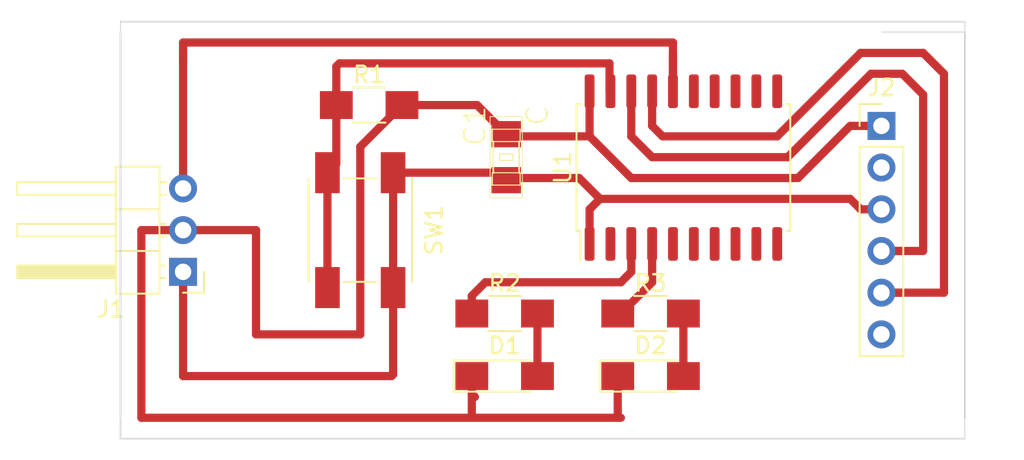
<source format=kicad_pcb>
(kicad_pcb (version 20171130) (host pcbnew "(5.1.9-0-10_14)")

  (general
    (thickness 1.6)
    (drawings 11)
    (tracks 80)
    (zones 0)
    (modules 10)
    (nets 25)
  )

  (page A4)
  (layers
    (0 F.Cu signal)
    (31 B.Cu signal)
    (32 B.Adhes user)
    (33 F.Adhes user)
    (34 B.Paste user)
    (35 F.Paste user)
    (36 B.SilkS user)
    (37 F.SilkS user)
    (38 B.Mask user)
    (39 F.Mask user)
    (40 Dwgs.User user)
    (41 Cmts.User user)
    (42 Eco1.User user)
    (43 Eco2.User user)
    (44 Edge.Cuts user)
    (45 Margin user)
    (46 B.CrtYd user)
    (47 F.CrtYd user)
    (48 B.Fab user)
    (49 F.Fab user)
  )

  (setup
    (last_trace_width 0.25)
    (user_trace_width 0.5)
    (trace_clearance 0.2)
    (zone_clearance 0.508)
    (zone_45_only no)
    (trace_min 0.4)
    (via_size 0.8)
    (via_drill 0.4)
    (via_min_size 0.4)
    (via_min_drill 0.3)
    (uvia_size 0.3)
    (uvia_drill 0.1)
    (uvias_allowed no)
    (uvia_min_size 0.2)
    (uvia_min_drill 0.1)
    (edge_width 0.05)
    (segment_width 0.2)
    (pcb_text_width 0.3)
    (pcb_text_size 1.5 1.5)
    (mod_edge_width 0.12)
    (mod_text_size 1 1)
    (mod_text_width 0.15)
    (pad_size 1.524 1.524)
    (pad_drill 0.762)
    (pad_to_mask_clearance 0)
    (aux_axis_origin 0 0)
    (visible_elements 7FFFFFFF)
    (pcbplotparams
      (layerselection 0x01100_7fffffff)
      (usegerberextensions false)
      (usegerberattributes true)
      (usegerberadvancedattributes true)
      (creategerberjobfile true)
      (excludeedgelayer true)
      (linewidth 0.100000)
      (plotframeref false)
      (viasonmask false)
      (mode 1)
      (useauxorigin false)
      (hpglpennumber 1)
      (hpglpenspeed 20)
      (hpglpendiameter 15.000000)
      (psnegative false)
      (psa4output false)
      (plotreference true)
      (plotvalue true)
      (plotinvisibletext false)
      (padsonsilk false)
      (subtractmaskfromsilk false)
      (outputformat 1)
      (mirror false)
      (drillshape 0)
      (scaleselection 1)
      (outputdirectory "C:/Users/goodm/OneDrive/Documents/KiCAD/Blinkbutton1616/"))
  )

  (net 0 "")
  (net 1 GND)
  (net 2 VCC)
  (net 3 "Net-(D1-Pad2)")
  (net 4 "Net-(D2-Pad2)")
  (net 5 "Net-(J1-Pad3)")
  (net 6 "Net-(J2-Pad6)")
  (net 7 RX)
  (net 8 TX)
  (net 9 "Net-(J2-Pad2)")
  (net 10 "Net-(R1-Pad1)")
  (net 11 LED1)
  (net 12 LED2)
  (net 13 "Net-(U1-Pad15)")
  (net 14 "Net-(U1-Pad14)")
  (net 15 "Net-(U1-Pad13)")
  (net 16 "Net-(U1-Pad12)")
  (net 17 "Net-(U1-Pad11)")
  (net 18 "Net-(U1-Pad10)")
  (net 19 "Net-(U1-Pad9)")
  (net 20 "Net-(U1-Pad8)")
  (net 21 "Net-(U1-Pad7)")
  (net 22 "Net-(U1-Pad6)")
  (net 23 "Net-(U1-Pad5)")
  (net 24 "Net-(U1-Pad2)")

  (net_class Default "This is the default net class."
    (clearance 0.2)
    (trace_width 0.25)
    (via_dia 0.8)
    (via_drill 0.4)
    (uvia_dia 0.3)
    (uvia_drill 0.1)
    (add_net GND)
    (add_net LED1)
    (add_net LED2)
    (add_net "Net-(D1-Pad2)")
    (add_net "Net-(D2-Pad2)")
    (add_net "Net-(J1-Pad3)")
    (add_net "Net-(J2-Pad2)")
    (add_net "Net-(J2-Pad6)")
    (add_net "Net-(R1-Pad1)")
    (add_net "Net-(U1-Pad10)")
    (add_net "Net-(U1-Pad11)")
    (add_net "Net-(U1-Pad12)")
    (add_net "Net-(U1-Pad13)")
    (add_net "Net-(U1-Pad14)")
    (add_net "Net-(U1-Pad15)")
    (add_net "Net-(U1-Pad2)")
    (add_net "Net-(U1-Pad5)")
    (add_net "Net-(U1-Pad6)")
    (add_net "Net-(U1-Pad7)")
    (add_net "Net-(U1-Pad8)")
    (add_net "Net-(U1-Pad9)")
    (add_net RX)
    (add_net TX)
    (add_net VCC)
  )

  (module Package_SO:SOIC-20W_7.5x12.8mm_P1.27mm (layer F.Cu) (tedit 5D9F72B1) (tstamp 60013425)
    (at 146.05 118.11 90)
    (descr "SOIC, 20 Pin (JEDEC MS-013AC, https://www.analog.com/media/en/package-pcb-resources/package/233848rw_20.pdf), generated with kicad-footprint-generator ipc_gullwing_generator.py")
    (tags "SOIC SO")
    (path /600136EB)
    (attr smd)
    (fp_text reference U1 (at 0 -7.35 90) (layer F.SilkS)
      (effects (font (size 1 1) (thickness 0.15)))
    )
    (fp_text value ATtiny1616-S (at 0 7.35 90) (layer F.Fab)
      (effects (font (size 1 1) (thickness 0.15)))
    )
    (fp_line (start 5.93 -6.65) (end -5.93 -6.65) (layer F.CrtYd) (width 0.05))
    (fp_line (start 5.93 6.65) (end 5.93 -6.65) (layer F.CrtYd) (width 0.05))
    (fp_line (start -5.93 6.65) (end 5.93 6.65) (layer F.CrtYd) (width 0.05))
    (fp_line (start -5.93 -6.65) (end -5.93 6.65) (layer F.CrtYd) (width 0.05))
    (fp_line (start -3.75 -5.4) (end -2.75 -6.4) (layer F.Fab) (width 0.1))
    (fp_line (start -3.75 6.4) (end -3.75 -5.4) (layer F.Fab) (width 0.1))
    (fp_line (start 3.75 6.4) (end -3.75 6.4) (layer F.Fab) (width 0.1))
    (fp_line (start 3.75 -6.4) (end 3.75 6.4) (layer F.Fab) (width 0.1))
    (fp_line (start -2.75 -6.4) (end 3.75 -6.4) (layer F.Fab) (width 0.1))
    (fp_line (start -3.86 -6.275) (end -5.675 -6.275) (layer F.SilkS) (width 0.12))
    (fp_line (start -3.86 -6.51) (end -3.86 -6.275) (layer F.SilkS) (width 0.12))
    (fp_line (start 0 -6.51) (end -3.86 -6.51) (layer F.SilkS) (width 0.12))
    (fp_line (start 3.86 -6.51) (end 3.86 -6.275) (layer F.SilkS) (width 0.12))
    (fp_line (start 0 -6.51) (end 3.86 -6.51) (layer F.SilkS) (width 0.12))
    (fp_line (start -3.86 6.51) (end -3.86 6.275) (layer F.SilkS) (width 0.12))
    (fp_line (start 0 6.51) (end -3.86 6.51) (layer F.SilkS) (width 0.12))
    (fp_line (start 3.86 6.51) (end 3.86 6.275) (layer F.SilkS) (width 0.12))
    (fp_line (start 0 6.51) (end 3.86 6.51) (layer F.SilkS) (width 0.12))
    (fp_text user %R (at 0 0 90) (layer F.Fab)
      (effects (font (size 1 1) (thickness 0.15)))
    )
    (pad 20 smd roundrect (at 4.65 -5.715 90) (size 2.05 0.6) (layers F.Cu F.Paste F.Mask) (roundrect_rratio 0.25)
      (net 1 GND))
    (pad 19 smd roundrect (at 4.65 -4.445 90) (size 2.05 0.6) (layers F.Cu F.Paste F.Mask) (roundrect_rratio 0.25)
      (net 10 "Net-(R1-Pad1)"))
    (pad 18 smd roundrect (at 4.65 -3.175 90) (size 2.05 0.6) (layers F.Cu F.Paste F.Mask) (roundrect_rratio 0.25)
      (net 8 TX))
    (pad 17 smd roundrect (at 4.65 -1.905 90) (size 2.05 0.6) (layers F.Cu F.Paste F.Mask) (roundrect_rratio 0.25)
      (net 7 RX))
    (pad 16 smd roundrect (at 4.65 -0.635 90) (size 2.05 0.6) (layers F.Cu F.Paste F.Mask) (roundrect_rratio 0.25)
      (net 5 "Net-(J1-Pad3)"))
    (pad 15 smd roundrect (at 4.65 0.635 90) (size 2.05 0.6) (layers F.Cu F.Paste F.Mask) (roundrect_rratio 0.25)
      (net 13 "Net-(U1-Pad15)"))
    (pad 14 smd roundrect (at 4.65 1.905 90) (size 2.05 0.6) (layers F.Cu F.Paste F.Mask) (roundrect_rratio 0.25)
      (net 14 "Net-(U1-Pad14)"))
    (pad 13 smd roundrect (at 4.65 3.175 90) (size 2.05 0.6) (layers F.Cu F.Paste F.Mask) (roundrect_rratio 0.25)
      (net 15 "Net-(U1-Pad13)"))
    (pad 12 smd roundrect (at 4.65 4.445 90) (size 2.05 0.6) (layers F.Cu F.Paste F.Mask) (roundrect_rratio 0.25)
      (net 16 "Net-(U1-Pad12)"))
    (pad 11 smd roundrect (at 4.65 5.715 90) (size 2.05 0.6) (layers F.Cu F.Paste F.Mask) (roundrect_rratio 0.25)
      (net 17 "Net-(U1-Pad11)"))
    (pad 10 smd roundrect (at -4.65 5.715 90) (size 2.05 0.6) (layers F.Cu F.Paste F.Mask) (roundrect_rratio 0.25)
      (net 18 "Net-(U1-Pad10)"))
    (pad 9 smd roundrect (at -4.65 4.445 90) (size 2.05 0.6) (layers F.Cu F.Paste F.Mask) (roundrect_rratio 0.25)
      (net 19 "Net-(U1-Pad9)"))
    (pad 8 smd roundrect (at -4.65 3.175 90) (size 2.05 0.6) (layers F.Cu F.Paste F.Mask) (roundrect_rratio 0.25)
      (net 20 "Net-(U1-Pad8)"))
    (pad 7 smd roundrect (at -4.65 1.905 90) (size 2.05 0.6) (layers F.Cu F.Paste F.Mask) (roundrect_rratio 0.25)
      (net 21 "Net-(U1-Pad7)"))
    (pad 6 smd roundrect (at -4.65 0.635 90) (size 2.05 0.6) (layers F.Cu F.Paste F.Mask) (roundrect_rratio 0.25)
      (net 22 "Net-(U1-Pad6)"))
    (pad 5 smd roundrect (at -4.65 -0.635 90) (size 2.05 0.6) (layers F.Cu F.Paste F.Mask) (roundrect_rratio 0.25)
      (net 23 "Net-(U1-Pad5)"))
    (pad 4 smd roundrect (at -4.65 -1.905 90) (size 2.05 0.6) (layers F.Cu F.Paste F.Mask) (roundrect_rratio 0.25)
      (net 12 LED2))
    (pad 3 smd roundrect (at -4.65 -3.175 90) (size 2.05 0.6) (layers F.Cu F.Paste F.Mask) (roundrect_rratio 0.25)
      (net 11 LED1))
    (pad 2 smd roundrect (at -4.65 -4.445 90) (size 2.05 0.6) (layers F.Cu F.Paste F.Mask) (roundrect_rratio 0.25)
      (net 24 "Net-(U1-Pad2)"))
    (pad 1 smd roundrect (at -4.65 -5.715 90) (size 2.05 0.6) (layers F.Cu F.Paste F.Mask) (roundrect_rratio 0.25)
      (net 2 VCC))
    (model ${KISYS3DMOD}/Package_SO.3dshapes/SOIC-20W_7.5x12.8mm_P1.27mm.wrl
      (at (xyz 0 0 0))
      (scale (xyz 1 1 1))
      (rotate (xyz 0 0 0))
    )
  )

  (module Connector_PinHeader_2.54mm:PinHeader_1x06_P2.54mm_Vertical (layer F.Cu) (tedit 59FED5CC) (tstamp 60015083)
    (at 158.115 115.57)
    (descr "Through hole straight pin header, 1x06, 2.54mm pitch, single row")
    (tags "Through hole pin header THT 1x06 2.54mm single row")
    (path /600252B5)
    (fp_text reference J2 (at 0 -2.33) (layer F.SilkS)
      (effects (font (size 1 1) (thickness 0.15)))
    )
    (fp_text value Conn_FTDI_01x06_Male (at 0 15.03) (layer F.Fab)
      (effects (font (size 1 1) (thickness 0.15)))
    )
    (fp_line (start -0.635 -1.27) (end 1.27 -1.27) (layer F.Fab) (width 0.1))
    (fp_line (start 1.27 -1.27) (end 1.27 13.97) (layer F.Fab) (width 0.1))
    (fp_line (start 1.27 13.97) (end -1.27 13.97) (layer F.Fab) (width 0.1))
    (fp_line (start -1.27 13.97) (end -1.27 -0.635) (layer F.Fab) (width 0.1))
    (fp_line (start -1.27 -0.635) (end -0.635 -1.27) (layer F.Fab) (width 0.1))
    (fp_line (start -1.33 14.03) (end 1.33 14.03) (layer F.SilkS) (width 0.12))
    (fp_line (start -1.33 1.27) (end -1.33 14.03) (layer F.SilkS) (width 0.12))
    (fp_line (start 1.33 1.27) (end 1.33 14.03) (layer F.SilkS) (width 0.12))
    (fp_line (start -1.33 1.27) (end 1.33 1.27) (layer F.SilkS) (width 0.12))
    (fp_line (start -1.33 0) (end -1.33 -1.33) (layer F.SilkS) (width 0.12))
    (fp_line (start -1.33 -1.33) (end 0 -1.33) (layer F.SilkS) (width 0.12))
    (fp_line (start -1.8 -1.8) (end -1.8 14.5) (layer F.CrtYd) (width 0.05))
    (fp_line (start -1.8 14.5) (end 1.8 14.5) (layer F.CrtYd) (width 0.05))
    (fp_line (start 1.8 14.5) (end 1.8 -1.8) (layer F.CrtYd) (width 0.05))
    (fp_line (start 1.8 -1.8) (end -1.8 -1.8) (layer F.CrtYd) (width 0.05))
    (fp_text user %R (at 0 6.35 90) (layer F.Fab)
      (effects (font (size 1 1) (thickness 0.15)))
    )
    (pad 6 thru_hole oval (at 0 12.7) (size 1.7 1.7) (drill 1) (layers *.Cu *.Mask)
      (net 6 "Net-(J2-Pad6)"))
    (pad 5 thru_hole oval (at 0 10.16) (size 1.7 1.7) (drill 1) (layers *.Cu *.Mask)
      (net 7 RX))
    (pad 4 thru_hole oval (at 0 7.62) (size 1.7 1.7) (drill 1) (layers *.Cu *.Mask)
      (net 8 TX))
    (pad 3 thru_hole oval (at 0 5.08) (size 1.7 1.7) (drill 1) (layers *.Cu *.Mask)
      (net 2 VCC))
    (pad 2 thru_hole oval (at 0 2.54) (size 1.7 1.7) (drill 1) (layers *.Cu *.Mask)
      (net 9 "Net-(J2-Pad2)"))
    (pad 1 thru_hole rect (at 0 0) (size 1.7 1.7) (drill 1) (layers *.Cu *.Mask)
      (net 1 GND))
    (model ${KISYS3DMOD}/Connector_PinHeader_2.54mm.3dshapes/PinHeader_1x06_P2.54mm_Vertical.wrl
      (at (xyz 0 0 0))
      (scale (xyz 1 1 1))
      (rotate (xyz 0 0 0))
    )
  )

  (module Connector_PinHeader_2.54mm:PinHeader_1x03_P2.54mm_Horizontal (layer F.Cu) (tedit 59FED5CB) (tstamp 60002154)
    (at 115.57 124.46 180)
    (descr "Through hole angled pin header, 1x03, 2.54mm pitch, 6mm pin length, single row")
    (tags "Through hole angled pin header THT 1x03 2.54mm single row")
    (path /6002AE56)
    (fp_text reference J1 (at 4.385 -2.27) (layer F.SilkS)
      (effects (font (size 1 1) (thickness 0.15)))
    )
    (fp_text value Conn_01x03_Male (at 4.385 7.35) (layer F.Fab)
      (effects (font (size 1 1) (thickness 0.15)))
    )
    (fp_line (start 2.135 -1.27) (end 4.04 -1.27) (layer F.Fab) (width 0.1))
    (fp_line (start 4.04 -1.27) (end 4.04 6.35) (layer F.Fab) (width 0.1))
    (fp_line (start 4.04 6.35) (end 1.5 6.35) (layer F.Fab) (width 0.1))
    (fp_line (start 1.5 6.35) (end 1.5 -0.635) (layer F.Fab) (width 0.1))
    (fp_line (start 1.5 -0.635) (end 2.135 -1.27) (layer F.Fab) (width 0.1))
    (fp_line (start -0.32 -0.32) (end 1.5 -0.32) (layer F.Fab) (width 0.1))
    (fp_line (start -0.32 -0.32) (end -0.32 0.32) (layer F.Fab) (width 0.1))
    (fp_line (start -0.32 0.32) (end 1.5 0.32) (layer F.Fab) (width 0.1))
    (fp_line (start 4.04 -0.32) (end 10.04 -0.32) (layer F.Fab) (width 0.1))
    (fp_line (start 10.04 -0.32) (end 10.04 0.32) (layer F.Fab) (width 0.1))
    (fp_line (start 4.04 0.32) (end 10.04 0.32) (layer F.Fab) (width 0.1))
    (fp_line (start -0.32 2.22) (end 1.5 2.22) (layer F.Fab) (width 0.1))
    (fp_line (start -0.32 2.22) (end -0.32 2.86) (layer F.Fab) (width 0.1))
    (fp_line (start -0.32 2.86) (end 1.5 2.86) (layer F.Fab) (width 0.1))
    (fp_line (start 4.04 2.22) (end 10.04 2.22) (layer F.Fab) (width 0.1))
    (fp_line (start 10.04 2.22) (end 10.04 2.86) (layer F.Fab) (width 0.1))
    (fp_line (start 4.04 2.86) (end 10.04 2.86) (layer F.Fab) (width 0.1))
    (fp_line (start -0.32 4.76) (end 1.5 4.76) (layer F.Fab) (width 0.1))
    (fp_line (start -0.32 4.76) (end -0.32 5.4) (layer F.Fab) (width 0.1))
    (fp_line (start -0.32 5.4) (end 1.5 5.4) (layer F.Fab) (width 0.1))
    (fp_line (start 4.04 4.76) (end 10.04 4.76) (layer F.Fab) (width 0.1))
    (fp_line (start 10.04 4.76) (end 10.04 5.4) (layer F.Fab) (width 0.1))
    (fp_line (start 4.04 5.4) (end 10.04 5.4) (layer F.Fab) (width 0.1))
    (fp_line (start 1.44 -1.33) (end 1.44 6.41) (layer F.SilkS) (width 0.12))
    (fp_line (start 1.44 6.41) (end 4.1 6.41) (layer F.SilkS) (width 0.12))
    (fp_line (start 4.1 6.41) (end 4.1 -1.33) (layer F.SilkS) (width 0.12))
    (fp_line (start 4.1 -1.33) (end 1.44 -1.33) (layer F.SilkS) (width 0.12))
    (fp_line (start 4.1 -0.38) (end 10.1 -0.38) (layer F.SilkS) (width 0.12))
    (fp_line (start 10.1 -0.38) (end 10.1 0.38) (layer F.SilkS) (width 0.12))
    (fp_line (start 10.1 0.38) (end 4.1 0.38) (layer F.SilkS) (width 0.12))
    (fp_line (start 4.1 -0.32) (end 10.1 -0.32) (layer F.SilkS) (width 0.12))
    (fp_line (start 4.1 -0.2) (end 10.1 -0.2) (layer F.SilkS) (width 0.12))
    (fp_line (start 4.1 -0.08) (end 10.1 -0.08) (layer F.SilkS) (width 0.12))
    (fp_line (start 4.1 0.04) (end 10.1 0.04) (layer F.SilkS) (width 0.12))
    (fp_line (start 4.1 0.16) (end 10.1 0.16) (layer F.SilkS) (width 0.12))
    (fp_line (start 4.1 0.28) (end 10.1 0.28) (layer F.SilkS) (width 0.12))
    (fp_line (start 1.11 -0.38) (end 1.44 -0.38) (layer F.SilkS) (width 0.12))
    (fp_line (start 1.11 0.38) (end 1.44 0.38) (layer F.SilkS) (width 0.12))
    (fp_line (start 1.44 1.27) (end 4.1 1.27) (layer F.SilkS) (width 0.12))
    (fp_line (start 4.1 2.16) (end 10.1 2.16) (layer F.SilkS) (width 0.12))
    (fp_line (start 10.1 2.16) (end 10.1 2.92) (layer F.SilkS) (width 0.12))
    (fp_line (start 10.1 2.92) (end 4.1 2.92) (layer F.SilkS) (width 0.12))
    (fp_line (start 1.042929 2.16) (end 1.44 2.16) (layer F.SilkS) (width 0.12))
    (fp_line (start 1.042929 2.92) (end 1.44 2.92) (layer F.SilkS) (width 0.12))
    (fp_line (start 1.44 3.81) (end 4.1 3.81) (layer F.SilkS) (width 0.12))
    (fp_line (start 4.1 4.7) (end 10.1 4.7) (layer F.SilkS) (width 0.12))
    (fp_line (start 10.1 4.7) (end 10.1 5.46) (layer F.SilkS) (width 0.12))
    (fp_line (start 10.1 5.46) (end 4.1 5.46) (layer F.SilkS) (width 0.12))
    (fp_line (start 1.042929 4.7) (end 1.44 4.7) (layer F.SilkS) (width 0.12))
    (fp_line (start 1.042929 5.46) (end 1.44 5.46) (layer F.SilkS) (width 0.12))
    (fp_line (start -1.27 0) (end -1.27 -1.27) (layer F.SilkS) (width 0.12))
    (fp_line (start -1.27 -1.27) (end 0 -1.27) (layer F.SilkS) (width 0.12))
    (fp_line (start -1.8 -1.8) (end -1.8 6.85) (layer F.CrtYd) (width 0.05))
    (fp_line (start -1.8 6.85) (end 10.55 6.85) (layer F.CrtYd) (width 0.05))
    (fp_line (start 10.55 6.85) (end 10.55 -1.8) (layer F.CrtYd) (width 0.05))
    (fp_line (start 10.55 -1.8) (end -1.8 -1.8) (layer F.CrtYd) (width 0.05))
    (fp_text user %R (at 2.77 2.54 90) (layer F.Fab)
      (effects (font (size 1 1) (thickness 0.15)))
    )
    (pad 3 thru_hole oval (at 0 5.08 180) (size 1.7 1.7) (drill 1) (layers *.Cu *.Mask)
      (net 5 "Net-(J1-Pad3)"))
    (pad 2 thru_hole oval (at 0 2.54 180) (size 1.7 1.7) (drill 1) (layers *.Cu *.Mask)
      (net 1 GND))
    (pad 1 thru_hole rect (at 0 0 180) (size 1.7 1.7) (drill 1) (layers *.Cu *.Mask)
      (net 2 VCC))
    (model ${KISYS3DMOD}/Connector_PinHeader_2.54mm.3dshapes/PinHeader_1x03_P2.54mm_Horizontal.wrl
      (at (xyz 0 0 0))
      (scale (xyz 1 1 1))
      (rotate (xyz 0 0 0))
    )
  )

  (module fab:Button_Omron_B3SN_6x6mm (layer F.Cu) (tedit 5EC65B05) (tstamp 60004662)
    (at 126.365 121.92 270)
    (descr "Surface Mount Tactile Switch for High-Density Packaging")
    (tags "Tactile Switch")
    (path /60026D90)
    (attr smd)
    (fp_text reference SW1 (at 0 -4.5 90) (layer F.SilkS)
      (effects (font (size 1 1) (thickness 0.15)))
    )
    (fp_text value BUTTON_B3SN (at 0 4.5 90) (layer F.Fab)
      (effects (font (size 1 1) (thickness 0.15)))
    )
    (fp_line (start -3 3) (end -3 -3) (layer F.Fab) (width 0.1))
    (fp_line (start 3 3) (end -3 3) (layer F.Fab) (width 0.1))
    (fp_line (start 3 -3) (end 3 3) (layer F.Fab) (width 0.1))
    (fp_line (start -3 -3) (end 3 -3) (layer F.Fab) (width 0.1))
    (fp_circle (center 0 0) (end 1.65 0) (layer F.Fab) (width 0.1))
    (fp_line (start 3.15 -1) (end 3.15 1) (layer F.SilkS) (width 0.12))
    (fp_line (start 3.15 3.15) (end -3.15 3.15) (layer F.SilkS) (width 0.12))
    (fp_line (start -3.15 1) (end -3.15 -1) (layer F.SilkS) (width 0.12))
    (fp_line (start -3.15 -3.15) (end 3.15 -3.15) (layer F.SilkS) (width 0.12))
    (fp_line (start -5 -3.7) (end -5 3.7) (layer F.CrtYd) (width 0.05))
    (fp_line (start 5 -3.7) (end -5 -3.7) (layer F.CrtYd) (width 0.05))
    (fp_line (start 5 3.7) (end 5 -3.7) (layer F.CrtYd) (width 0.05))
    (fp_line (start -5 3.7) (end 5 3.7) (layer F.CrtYd) (width 0.05))
    (fp_text user %R (at 0 -4.5 90) (layer F.Fab)
      (effects (font (size 1 1) (thickness 0.15)))
    )
    (pad 1 smd rect (at -3.5 -2 270) (size 2.5 1.5) (layers F.Cu F.Paste F.Mask)
      (net 2 VCC))
    (pad 1 smd rect (at 3.5 -2 270) (size 2.5 1.5) (layers F.Cu F.Paste F.Mask)
      (net 2 VCC))
    (pad 2 smd rect (at -3.5 2 270) (size 2.5 1.5) (layers F.Cu F.Paste F.Mask)
      (net 10 "Net-(R1-Pad1)"))
    (pad 2 smd rect (at 3.5 2 270) (size 2.5 1.5) (layers F.Cu F.Paste F.Mask)
      (net 10 "Net-(R1-Pad1)"))
    (model ${KISYS3DMOD}/Buttons_Switches_SMD.3dshapes/SW_SPST_B3S-1000.wrl
      (at (xyz 0 0 0))
      (scale (xyz 1 1 1))
      (rotate (xyz 0 0 0))
    )
  )

  (module fab:R_1206 (layer F.Cu) (tedit 58E0A804) (tstamp 600143F0)
    (at 144.05 127)
    (descr "Resistor SMD 1206, hand soldering")
    (tags "resistor 1206")
    (path /6002D96C)
    (attr smd)
    (fp_text reference R3 (at 0 -1.85) (layer F.SilkS)
      (effects (font (size 1 1) (thickness 0.15)))
    )
    (fp_text value 1K (at 0 1.9) (layer F.Fab)
      (effects (font (size 1 1) (thickness 0.15)))
    )
    (fp_line (start 3.25 1.1) (end -3.25 1.1) (layer F.CrtYd) (width 0.05))
    (fp_line (start 3.25 1.1) (end 3.25 -1.11) (layer F.CrtYd) (width 0.05))
    (fp_line (start -3.25 -1.11) (end -3.25 1.1) (layer F.CrtYd) (width 0.05))
    (fp_line (start -3.25 -1.11) (end 3.25 -1.11) (layer F.CrtYd) (width 0.05))
    (fp_line (start -1 -1.07) (end 1 -1.07) (layer F.SilkS) (width 0.12))
    (fp_line (start 1 1.07) (end -1 1.07) (layer F.SilkS) (width 0.12))
    (fp_line (start -1.6 -0.8) (end 1.6 -0.8) (layer F.Fab) (width 0.1))
    (fp_line (start 1.6 -0.8) (end 1.6 0.8) (layer F.Fab) (width 0.1))
    (fp_line (start 1.6 0.8) (end -1.6 0.8) (layer F.Fab) (width 0.1))
    (fp_line (start -1.6 0.8) (end -1.6 -0.8) (layer F.Fab) (width 0.1))
    (fp_text user %R (at 0 0) (layer F.Fab)
      (effects (font (size 0.7 0.7) (thickness 0.105)))
    )
    (pad 1 smd rect (at -2 0) (size 2 1.7) (layers F.Cu F.Paste F.Mask)
      (net 12 LED2))
    (pad 2 smd rect (at 2 0) (size 2 1.7) (layers F.Cu F.Paste F.Mask)
      (net 4 "Net-(D2-Pad2)"))
    (model ${KISYS3DMOD}/Resistors_SMD.3dshapes/R_1206.wrl
      (at (xyz 0 0 0))
      (scale (xyz 1 1 1))
      (rotate (xyz 0 0 0))
    )
  )

  (module fab:R_1206 (layer F.Cu) (tedit 58E0A804) (tstamp 60014420)
    (at 135.16 127)
    (descr "Resistor SMD 1206, hand soldering")
    (tags "resistor 1206")
    (path /6002CEA8)
    (attr smd)
    (fp_text reference R2 (at 0 -1.85) (layer F.SilkS)
      (effects (font (size 1 1) (thickness 0.15)))
    )
    (fp_text value 1K (at 0 1.9) (layer F.Fab)
      (effects (font (size 1 1) (thickness 0.15)))
    )
    (fp_line (start 3.25 1.1) (end -3.25 1.1) (layer F.CrtYd) (width 0.05))
    (fp_line (start 3.25 1.1) (end 3.25 -1.11) (layer F.CrtYd) (width 0.05))
    (fp_line (start -3.25 -1.11) (end -3.25 1.1) (layer F.CrtYd) (width 0.05))
    (fp_line (start -3.25 -1.11) (end 3.25 -1.11) (layer F.CrtYd) (width 0.05))
    (fp_line (start -1 -1.07) (end 1 -1.07) (layer F.SilkS) (width 0.12))
    (fp_line (start 1 1.07) (end -1 1.07) (layer F.SilkS) (width 0.12))
    (fp_line (start -1.6 -0.8) (end 1.6 -0.8) (layer F.Fab) (width 0.1))
    (fp_line (start 1.6 -0.8) (end 1.6 0.8) (layer F.Fab) (width 0.1))
    (fp_line (start 1.6 0.8) (end -1.6 0.8) (layer F.Fab) (width 0.1))
    (fp_line (start -1.6 0.8) (end -1.6 -0.8) (layer F.Fab) (width 0.1))
    (fp_text user %R (at 0 0) (layer F.Fab)
      (effects (font (size 0.7 0.7) (thickness 0.105)))
    )
    (pad 1 smd rect (at -2 0) (size 2 1.7) (layers F.Cu F.Paste F.Mask)
      (net 11 LED1))
    (pad 2 smd rect (at 2 0) (size 2 1.7) (layers F.Cu F.Paste F.Mask)
      (net 3 "Net-(D1-Pad2)"))
    (model ${KISYS3DMOD}/Resistors_SMD.3dshapes/R_1206.wrl
      (at (xyz 0 0 0))
      (scale (xyz 1 1 1))
      (rotate (xyz 0 0 0))
    )
  )

  (module fab:R_1206 (layer F.Cu) (tedit 58E0A804) (tstamp 60004C78)
    (at 126.905 114.3)
    (descr "Resistor SMD 1206, hand soldering")
    (tags "resistor 1206")
    (path /6003A20C)
    (attr smd)
    (fp_text reference R1 (at 0 -1.85) (layer F.SilkS)
      (effects (font (size 1 1) (thickness 0.15)))
    )
    (fp_text value 1K (at 0 1.9) (layer F.Fab)
      (effects (font (size 1 1) (thickness 0.15)))
    )
    (fp_line (start 3.25 1.1) (end -3.25 1.1) (layer F.CrtYd) (width 0.05))
    (fp_line (start 3.25 1.1) (end 3.25 -1.11) (layer F.CrtYd) (width 0.05))
    (fp_line (start -3.25 -1.11) (end -3.25 1.1) (layer F.CrtYd) (width 0.05))
    (fp_line (start -3.25 -1.11) (end 3.25 -1.11) (layer F.CrtYd) (width 0.05))
    (fp_line (start -1 -1.07) (end 1 -1.07) (layer F.SilkS) (width 0.12))
    (fp_line (start 1 1.07) (end -1 1.07) (layer F.SilkS) (width 0.12))
    (fp_line (start -1.6 -0.8) (end 1.6 -0.8) (layer F.Fab) (width 0.1))
    (fp_line (start 1.6 -0.8) (end 1.6 0.8) (layer F.Fab) (width 0.1))
    (fp_line (start 1.6 0.8) (end -1.6 0.8) (layer F.Fab) (width 0.1))
    (fp_line (start -1.6 0.8) (end -1.6 -0.8) (layer F.Fab) (width 0.1))
    (fp_text user %R (at 0 0) (layer F.Fab)
      (effects (font (size 0.7 0.7) (thickness 0.105)))
    )
    (pad 1 smd rect (at -2 0) (size 2 1.7) (layers F.Cu F.Paste F.Mask)
      (net 10 "Net-(R1-Pad1)"))
    (pad 2 smd rect (at 2 0) (size 2 1.7) (layers F.Cu F.Paste F.Mask)
      (net 1 GND))
    (model ${KISYS3DMOD}/Resistors_SMD.3dshapes/R_1206.wrl
      (at (xyz 0 0 0))
      (scale (xyz 1 1 1))
      (rotate (xyz 0 0 0))
    )
  )

  (module fab:LED_1206 (layer F.Cu) (tedit 595FC724) (tstamp 6001437C)
    (at 144.05 130.81)
    (descr "LED SMD 1206, hand soldering")
    (tags "LED 1206")
    (path /60029C72)
    (attr smd)
    (fp_text reference D2 (at 0 -1.85) (layer F.SilkS)
      (effects (font (size 1 1) (thickness 0.15)))
    )
    (fp_text value "LED GRN" (at 0 1.9) (layer F.Fab)
      (effects (font (size 1 1) (thickness 0.15)))
    )
    (fp_line (start 3.25 1.1) (end -3.25 1.1) (layer F.CrtYd) (width 0.05))
    (fp_line (start 3.25 1.1) (end 3.25 -1.11) (layer F.CrtYd) (width 0.05))
    (fp_line (start -3.25 -1.11) (end -3.25 1.1) (layer F.CrtYd) (width 0.05))
    (fp_line (start -3.25 -1.11) (end 3.25 -1.11) (layer F.CrtYd) (width 0.05))
    (fp_line (start -3.1 -0.95) (end 1.6 -0.95) (layer F.SilkS) (width 0.12))
    (fp_line (start -3.1 0.95) (end 1.6 0.95) (layer F.SilkS) (width 0.12))
    (fp_line (start -1.6 -0.8) (end 1.6 -0.8) (layer F.Fab) (width 0.1))
    (fp_line (start 1.6 -0.8) (end 1.6 0.8) (layer F.Fab) (width 0.1))
    (fp_line (start 1.6 0.8) (end -1.6 0.8) (layer F.Fab) (width 0.1))
    (fp_line (start -1.6 0.8) (end -1.6 -0.8) (layer F.Fab) (width 0.1))
    (fp_line (start -0.45 -0.4) (end -0.45 0.4) (layer F.Fab) (width 0.1))
    (fp_line (start 0.2 0.4) (end -0.4 0) (layer F.Fab) (width 0.1))
    (fp_line (start 0.2 -0.4) (end 0.2 0.4) (layer F.Fab) (width 0.1))
    (fp_line (start -0.4 0) (end 0.2 -0.4) (layer F.Fab) (width 0.1))
    (fp_line (start -3.1 -0.95) (end -3.1 0.95) (layer F.SilkS) (width 0.12))
    (pad 1 smd rect (at -2 0) (size 2 1.7) (layers F.Cu F.Paste F.Mask)
      (net 1 GND))
    (pad 2 smd rect (at 2 0) (size 2 1.7) (layers F.Cu F.Paste F.Mask)
      (net 4 "Net-(D2-Pad2)"))
    (model ${KISYS3DMOD}/LEDs.3dshapes/LED_1206.wrl
      (at (xyz 0 0 0))
      (scale (xyz 1 1 1))
      (rotate (xyz 0 0 180))
    )
  )

  (module fab:LED_1206 (layer F.Cu) (tedit 595FC724) (tstamp 600143B8)
    (at 135.16 130.81)
    (descr "LED SMD 1206, hand soldering")
    (tags "LED 1206")
    (path /600284C6)
    (attr smd)
    (fp_text reference D1 (at 0 -1.85) (layer F.SilkS)
      (effects (font (size 1 1) (thickness 0.15)))
    )
    (fp_text value "LED YLW" (at 0 1.9) (layer F.Fab)
      (effects (font (size 1 1) (thickness 0.15)))
    )
    (fp_line (start 3.25 1.1) (end -3.25 1.1) (layer F.CrtYd) (width 0.05))
    (fp_line (start 3.25 1.1) (end 3.25 -1.11) (layer F.CrtYd) (width 0.05))
    (fp_line (start -3.25 -1.11) (end -3.25 1.1) (layer F.CrtYd) (width 0.05))
    (fp_line (start -3.25 -1.11) (end 3.25 -1.11) (layer F.CrtYd) (width 0.05))
    (fp_line (start -3.1 -0.95) (end 1.6 -0.95) (layer F.SilkS) (width 0.12))
    (fp_line (start -3.1 0.95) (end 1.6 0.95) (layer F.SilkS) (width 0.12))
    (fp_line (start -1.6 -0.8) (end 1.6 -0.8) (layer F.Fab) (width 0.1))
    (fp_line (start 1.6 -0.8) (end 1.6 0.8) (layer F.Fab) (width 0.1))
    (fp_line (start 1.6 0.8) (end -1.6 0.8) (layer F.Fab) (width 0.1))
    (fp_line (start -1.6 0.8) (end -1.6 -0.8) (layer F.Fab) (width 0.1))
    (fp_line (start -0.45 -0.4) (end -0.45 0.4) (layer F.Fab) (width 0.1))
    (fp_line (start 0.2 0.4) (end -0.4 0) (layer F.Fab) (width 0.1))
    (fp_line (start 0.2 -0.4) (end 0.2 0.4) (layer F.Fab) (width 0.1))
    (fp_line (start -0.4 0) (end 0.2 -0.4) (layer F.Fab) (width 0.1))
    (fp_line (start -3.1 -0.95) (end -3.1 0.95) (layer F.SilkS) (width 0.12))
    (pad 1 smd rect (at -2 0) (size 2 1.7) (layers F.Cu F.Paste F.Mask)
      (net 1 GND))
    (pad 2 smd rect (at 2 0) (size 2 1.7) (layers F.Cu F.Paste F.Mask)
      (net 3 "Net-(D1-Pad2)"))
    (model ${KISYS3DMOD}/LEDs.3dshapes/LED_1206.wrl
      (at (xyz 0 0 0))
      (scale (xyz 1 1 1))
      (rotate (xyz 0 0 180))
    )
  )

  (module fab:fab-C1206 (layer F.Cu) (tedit 200000) (tstamp 600041D0)
    (at 135.255 117.475 90)
    (descr CAPACITOR)
    (tags CAPACITOR)
    (path /60024360)
    (attr smd)
    (fp_text reference C1 (at 1.905 -1.905 90) (layer F.SilkS)
      (effects (font (size 1.27 1.27) (thickness 0.1016)))
    )
    (fp_text value C (at 2.54 1.905 90) (layer F.SilkS)
      (effects (font (size 1.27 1.27) (thickness 0.1016)))
    )
    (fp_line (start -1.7018 0.8509) (end -0.94996 0.8509) (layer F.SilkS) (width 0.06604))
    (fp_line (start -0.94996 0.8509) (end -0.94996 -0.84836) (layer F.SilkS) (width 0.06604))
    (fp_line (start -1.7018 -0.84836) (end -0.94996 -0.84836) (layer F.SilkS) (width 0.06604))
    (fp_line (start -1.7018 0.8509) (end -1.7018 -0.84836) (layer F.SilkS) (width 0.06604))
    (fp_line (start 0.94996 0.84836) (end 1.7018 0.84836) (layer F.SilkS) (width 0.06604))
    (fp_line (start 1.7018 0.84836) (end 1.7018 -0.8509) (layer F.SilkS) (width 0.06604))
    (fp_line (start 0.94996 -0.8509) (end 1.7018 -0.8509) (layer F.SilkS) (width 0.06604))
    (fp_line (start 0.94996 0.84836) (end 0.94996 -0.8509) (layer F.SilkS) (width 0.06604))
    (fp_line (start -0.19812 0.39878) (end 0.19812 0.39878) (layer F.SilkS) (width 0.06604))
    (fp_line (start 0.19812 0.39878) (end 0.19812 -0.39878) (layer F.SilkS) (width 0.06604))
    (fp_line (start -0.19812 -0.39878) (end 0.19812 -0.39878) (layer F.SilkS) (width 0.06604))
    (fp_line (start -0.19812 0.39878) (end -0.19812 -0.39878) (layer F.SilkS) (width 0.06604))
    (fp_line (start -2.47142 -0.98298) (end 2.47142 -0.98298) (layer F.SilkS) (width 0.0508))
    (fp_line (start 2.47142 0.98298) (end -2.47142 0.98298) (layer F.SilkS) (width 0.0508))
    (fp_line (start -2.47142 0.98298) (end -2.47142 -0.98298) (layer F.SilkS) (width 0.0508))
    (fp_line (start 2.47142 -0.98298) (end 2.47142 0.98298) (layer F.SilkS) (width 0.0508))
    (fp_line (start -0.96266 -0.78486) (end 0.96266 -0.78486) (layer F.SilkS) (width 0.1016))
    (fp_line (start -0.96266 0.78486) (end 0.96266 0.78486) (layer F.SilkS) (width 0.1016))
    (pad 2 smd rect (at 1.39954 0 90) (size 1.59766 1.79832) (layers F.Cu F.Paste F.Mask)
      (net 1 GND))
    (pad 1 smd rect (at -1.39954 0 90) (size 1.59766 1.79832) (layers F.Cu F.Paste F.Mask)
      (net 2 VCC))
  )

  (gr_poly (pts (xy 164.465 135.89) (xy 110.49 135.89) (xy 110.49 107.95) (xy 164.465 107.95)) (layer Margin) (width 0.1))
  (gr_poly (pts (xy 163.195 134.62) (xy 111.76 134.62) (xy 111.76 109.22) (xy 163.195 109.22)) (layer Dwgs.User) (width 0.1))
  (gr_line (start 111.76 109.22) (end 111.76 109.855) (layer Edge.Cuts) (width 0.05) (tstamp 600145FC))
  (gr_line (start 163.195 109.855) (end 163.195 109.22) (layer Edge.Cuts) (width 0.05) (tstamp 600145FB))
  (gr_line (start 163.195 134.62) (end 163.195 133.35) (layer Edge.Cuts) (width 0.05) (tstamp 600145FA))
  (gr_line (start 111.76 109.22) (end 163.195 109.22) (layer Edge.Cuts) (width 0.1))
  (gr_line (start 111.76 134.62) (end 111.76 109.855) (layer Edge.Cuts) (width 0.1))
  (gr_line (start 163.195 134.62) (end 111.76 134.62) (layer Edge.Cuts) (width 0.1))
  (gr_line (start 158.115 109.855) (end 163.195 109.855) (layer Edge.Cuts) (width 0.05) (tstamp 600133CF))
  (gr_line (start 163.195 109.855) (end 163.195 133.35) (layer Edge.Cuts) (width 0.1) (tstamp 6001332C))
  (gr_line (start 111.76 133.35) (end 111.76 109.855) (layer Edge.Cuts) (width 0.1))

  (segment (start 126.365 116.84) (end 128.905 114.3) (width 0.5) (layer F.Cu) (net 1))
  (segment (start 126.365 128.27) (end 126.365 116.84) (width 0.5) (layer F.Cu) (net 1))
  (segment (start 120.015 128.27) (end 126.365 128.27) (width 0.5) (layer F.Cu) (net 1))
  (segment (start 120.015 121.92) (end 120.015 128.27) (width 0.5) (layer F.Cu) (net 1))
  (segment (start 115.57 121.92) (end 120.015 121.92) (width 0.5) (layer F.Cu) (net 1))
  (segment (start 133.47954 114.3) (end 135.255 116.07546) (width 0.5) (layer F.Cu) (net 1))
  (segment (start 128.905 114.3) (end 133.47954 114.3) (width 0.5) (layer F.Cu) (net 1))
  (segment (start 133.16 131.89) (end 133.35 132.08) (width 0.5) (layer F.Cu) (net 1))
  (segment (start 133.16 130.81) (end 133.16 133.16) (width 0.5) (layer F.Cu) (net 1) (tstamp 60014447))
  (segment (start 142.05 130.81) (end 142.05 133.16) (width 0.5) (layer F.Cu) (net 1) (tstamp 60014444))
  (segment (start 113.03 121.92) (end 115.57 121.92) (width 0.5) (layer F.Cu) (net 1))
  (segment (start 113.03 133.35) (end 113.03 121.92) (width 0.5) (layer F.Cu) (net 1))
  (segment (start 142.24 133.35) (end 113.03 133.35) (width 0.5) (layer F.Cu) (net 1))
  (segment (start 158.115 115.57) (end 156.21 115.57) (width 0.5) (layer F.Cu) (net 1))
  (segment (start 153.67 118.11) (end 156.21 115.57) (width 0.5) (layer F.Cu) (net 1))
  (segment (start 142.875 118.745) (end 140.335 116.205) (width 0.5) (layer F.Cu) (net 1))
  (segment (start 140.335 113.46) (end 140.335 116.205) (width 0.5) (layer F.Cu) (net 1))
  (segment (start 153.67 118.11) (end 153.035 118.745) (width 0.5) (layer F.Cu) (net 1))
  (segment (start 142.875 118.745) (end 153.035 118.745) (width 0.5) (layer F.Cu) (net 1))
  (segment (start 135.38454 116.205) (end 135.255 116.07546) (width 0.5) (layer F.Cu) (net 1))
  (segment (start 140.335 116.205) (end 135.38454 116.205) (width 0.5) (layer F.Cu) (net 1))
  (segment (start 128.27 125.515) (end 128.365 125.42) (width 0.25) (layer F.Cu) (net 2))
  (segment (start 128.27 130.81) (end 128.27 125.515) (width 0.25) (layer F.Cu) (net 2))
  (segment (start 128.365 125.42) (end 128.365 130.715) (width 0.5) (layer F.Cu) (net 2))
  (segment (start 115.57 130.81) (end 115.57 124.46) (width 0.5) (layer F.Cu) (net 2))
  (segment (start 128.27 130.81) (end 128.365 130.715) (width 0.5) (layer F.Cu) (net 2))
  (segment (start 115.57 130.81) (end 128.27 130.81) (width 0.5) (layer F.Cu) (net 2))
  (segment (start 128.365 118.42) (end 128.365 125.42) (width 0.5) (layer F.Cu) (net 2))
  (segment (start 134.80046 118.42) (end 135.255 118.87454) (width 0.5) (layer F.Cu) (net 2))
  (segment (start 128.365 118.42) (end 134.80046 118.42) (width 0.5) (layer F.Cu) (net 2))
  (segment (start 140.335 120.65) (end 140.97 120.015) (width 0.5) (layer F.Cu) (net 2))
  (segment (start 140.335 122.76) (end 140.335 120.65) (width 0.5) (layer F.Cu) (net 2))
  (segment (start 156.845 120.65) (end 156.21 120.015) (width 0.5) (layer F.Cu) (net 2))
  (segment (start 158.115 120.65) (end 156.845 120.65) (width 0.5) (layer F.Cu) (net 2))
  (segment (start 140.97 120.015) (end 156.21 120.015) (width 0.5) (layer F.Cu) (net 2))
  (segment (start 135.38454 118.745) (end 135.255 118.87454) (width 0.5) (layer F.Cu) (net 2))
  (segment (start 139.7 118.745) (end 135.38454 118.745) (width 0.5) (layer F.Cu) (net 2))
  (segment (start 140.97 120.015) (end 139.7 118.745) (width 0.5) (layer F.Cu) (net 2))
  (segment (start 137.16 127) (end 137.16 130.81) (width 0.5) (layer F.Cu) (net 3) (tstamp 6001444D))
  (segment (start 146.05 127) (end 146.05 130.81) (width 0.5) (layer F.Cu) (net 4) (tstamp 60014450))
  (segment (start 145.415 111.125) (end 145.415 112.825) (width 0.5) (layer F.Cu) (net 5))
  (segment (start 145.415 110.49) (end 115.57 110.49) (width 0.5) (layer F.Cu) (net 5))
  (segment (start 145.415 113.46) (end 145.415 110.49) (width 0.5) (layer F.Cu) (net 5))
  (segment (start 115.57 110.49) (end 115.57 111.76) (width 0.5) (layer F.Cu) (net 5))
  (segment (start 115.57 111.76) (end 115.57 111.125) (width 0.5) (layer F.Cu) (net 5))
  (segment (start 115.57 119.38) (end 115.57 111.76) (width 0.5) (layer F.Cu) (net 5))
  (segment (start 159.385 125.73) (end 158.115 125.73) (width 0.5) (layer F.Cu) (net 7))
  (segment (start 144.145 115.57) (end 144.145 113.46) (width 0.5) (layer F.Cu) (net 7))
  (segment (start 144.78 116.205) (end 144.145 115.57) (width 0.5) (layer F.Cu) (net 7))
  (segment (start 151.765 116.205) (end 144.78 116.205) (width 0.5) (layer F.Cu) (net 7))
  (segment (start 156.845 111.125) (end 151.765 116.205) (width 0.5) (layer F.Cu) (net 7))
  (segment (start 160.655 111.125) (end 156.845 111.125) (width 0.5) (layer F.Cu) (net 7))
  (segment (start 161.925 112.395) (end 160.655 111.125) (width 0.5) (layer F.Cu) (net 7))
  (segment (start 161.925 125.73) (end 161.925 112.395) (width 0.5) (layer F.Cu) (net 7))
  (segment (start 158.75 125.73) (end 161.925 125.73) (width 0.5) (layer F.Cu) (net 7))
  (segment (start 159.385 123.19) (end 158.115 123.19) (width 0.5) (layer F.Cu) (net 8))
  (segment (start 142.875 116.205) (end 142.875 113.46) (width 0.5) (layer F.Cu) (net 8))
  (segment (start 144.145 117.475) (end 142.875 116.205) (width 0.5) (layer F.Cu) (net 8))
  (segment (start 152.4 117.475) (end 144.145 117.475) (width 0.5) (layer F.Cu) (net 8))
  (segment (start 157.48 112.395) (end 152.4 117.475) (width 0.5) (layer F.Cu) (net 8))
  (segment (start 159.385 112.395) (end 157.48 112.395) (width 0.5) (layer F.Cu) (net 8))
  (segment (start 160.655 113.665) (end 159.385 112.395) (width 0.5) (layer F.Cu) (net 8))
  (segment (start 160.655 123.19) (end 160.655 113.665) (width 0.5) (layer F.Cu) (net 8))
  (segment (start 158.75 123.19) (end 160.655 123.19) (width 0.5) (layer F.Cu) (net 8))
  (segment (start 124.365 125.42) (end 124.365 118.42) (width 0.5) (layer F.Cu) (net 10))
  (segment (start 124.905 117.88) (end 124.365 118.42) (width 0.5) (layer F.Cu) (net 10))
  (segment (start 124.905 114.3) (end 124.905 117.88) (width 0.5) (layer F.Cu) (net 10))
  (segment (start 141.548524 113.403524) (end 141.605 113.46) (width 0.5) (layer F.Cu) (net 10))
  (segment (start 141.548524 111.76) (end 141.548524 113.403524) (width 0.5) (layer F.Cu) (net 10))
  (segment (start 125.095 111.76) (end 141.548524 111.76) (width 0.5) (layer F.Cu) (net 10))
  (segment (start 124.905 111.95) (end 125.095 111.76) (width 0.5) (layer F.Cu) (net 10))
  (segment (start 124.905 114.3) (end 124.905 111.95) (width 0.5) (layer F.Cu) (net 10))
  (segment (start 133.16 125.92) (end 133.16 127) (width 0.5) (layer F.Cu) (net 11))
  (segment (start 133.985 125.095) (end 133.16 125.92) (width 0.5) (layer F.Cu) (net 11))
  (segment (start 142.24 125.095) (end 133.985 125.095) (width 0.5) (layer F.Cu) (net 11))
  (segment (start 142.875 124.46) (end 142.24 125.095) (width 0.5) (layer F.Cu) (net 11))
  (segment (start 142.875 122.76) (end 142.875 124.46) (width 0.5) (layer F.Cu) (net 11))
  (segment (start 142.24 127) (end 142.05 127) (width 0.5) (layer F.Cu) (net 12))
  (segment (start 144.145 125.095) (end 142.24 127) (width 0.5) (layer F.Cu) (net 12))
  (segment (start 144.145 122.76) (end 144.145 125.095) (width 0.5) (layer F.Cu) (net 12))

)

</source>
